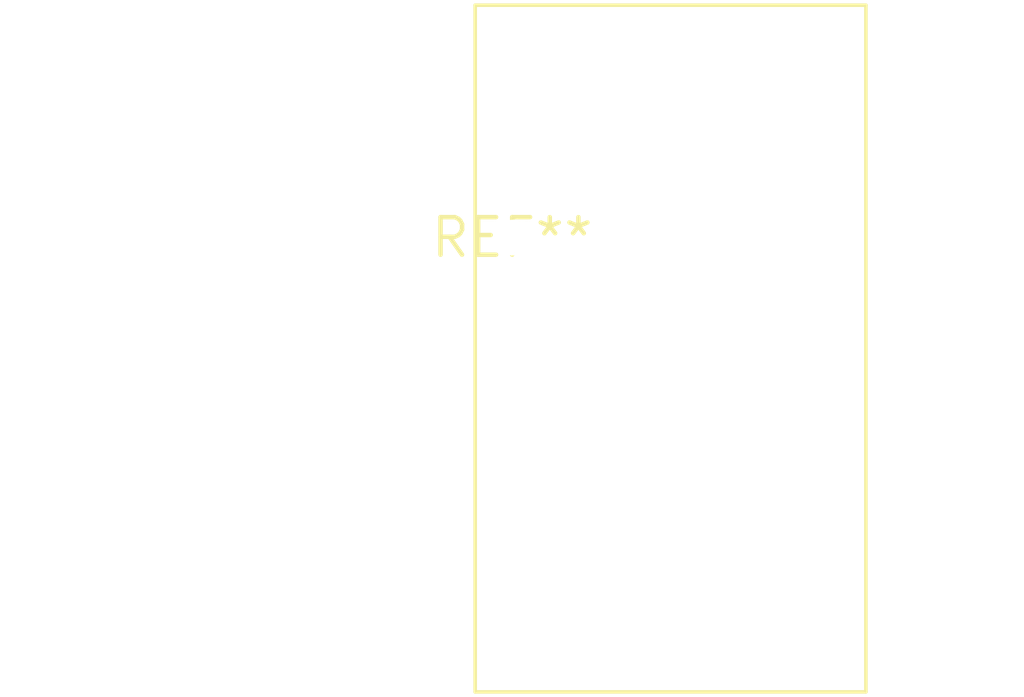
<source format=kicad_pcb>
(kicad_pcb (version 20240108) (generator pcbnew)
  (layers (0 "F.Cu" signal) (31 "B.Cu" signal) (34 "B.Paste" user) (35 "F.Paste" user) (36 "B.SilkS" user "B.Silkscreen") (37 "F.SilkS" user "F.Silkscreen") (38 "B.Mask" user) (39 "F.Mask" user) (44 "Edge.Cuts" user))
  (net 0 "")
  (footprint "L_CommonMode_Wuerth_WE-CMB-M" (layer "F.Cu") (at 0 0)
    (property "Reference" "REF**")
    (property "Value" "L_CommonMode_Wuerth_WE-CMB-M")
    (fp_line (start -1.25 -7.85) (end 11.95 -7.85) (layer "F.SilkS") (stroke (width 0.12)))
    (fp_line (start -1.25 15.35) (end -1.25 -7.85) (layer "F.SilkS") (stroke (width 0.12)))
    (fp_line (start 11.95 -7.85) (end 11.95 15.35) (layer "F.SilkS") (stroke (width 0.12)))
    (fp_line (start 11.95 15.35) (end -1.25 15.35) (layer "F.SilkS") (stroke (width 0.12)))
    (pad "1" thru_hole circle (at 0 0) (size 2.2 2.2) (drill 1.2) (layers *.Cu *.Mask) (remove_unused_layers))
    (pad "2" thru_hole circle (at 10.7 0) (size 2.2 2.2) (drill 1.2) (layers *.Cu *.Mask) (remove_unused_layers))
    (pad "3" thru_hole circle (at 10.7 7.5) (size 2.2 2.2) (drill 1.2) (layers *.Cu *.Mask) (remove_unused_layers))
    (pad "4" thru_hole circle (at 0 7.5) (size 2.2 2.2) (drill 1.2) (layers *.Cu *.Mask) (remove_unused_layers))
  )
)
</source>
